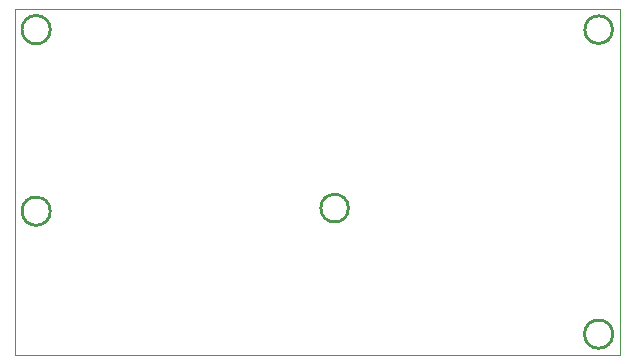
<source format=gbr>
G04*
G04 #@! TF.GenerationSoftware,Altium Limited,Altium Designer,25.2.1 (25)*
G04*
G04 Layer_Color=16711935*
%FSLAX25Y25*%
%MOIN*%
G70*
G04*
G04 #@! TF.SameCoordinates,44C634AB-46FA-46F5-9040-7CAB15AB579A*
G04*
G04*
G04 #@! TF.FilePolarity,Positive*
G04*
G01*
G75*
%ADD14C,0.01000*%
%ADD75C,0.00004*%
D14*
X177110Y18000D02*
G03*
X177110Y18000I-4610J0D01*
G01*
X177217Y-83500D02*
G03*
X177217Y-83500I-4717J0D01*
G01*
X89110Y-41500D02*
G03*
X89110Y-41500I-4610J0D01*
G01*
X-10283Y-42500D02*
G03*
X-10283Y-42500I-4717J0D01*
G01*
Y18000D02*
G03*
X-10283Y18000I-4717J0D01*
G01*
D75*
X-22000Y-90560D02*
Y25000D01*
X179500D01*
Y-90435D02*
Y25000D01*
X-22000Y-90560D02*
X179500Y-90435D01*
X-22000Y-90560D02*
Y25000D01*
X176000D01*
X-22000Y-90560D02*
X176000Y-90437D01*
M02*

</source>
